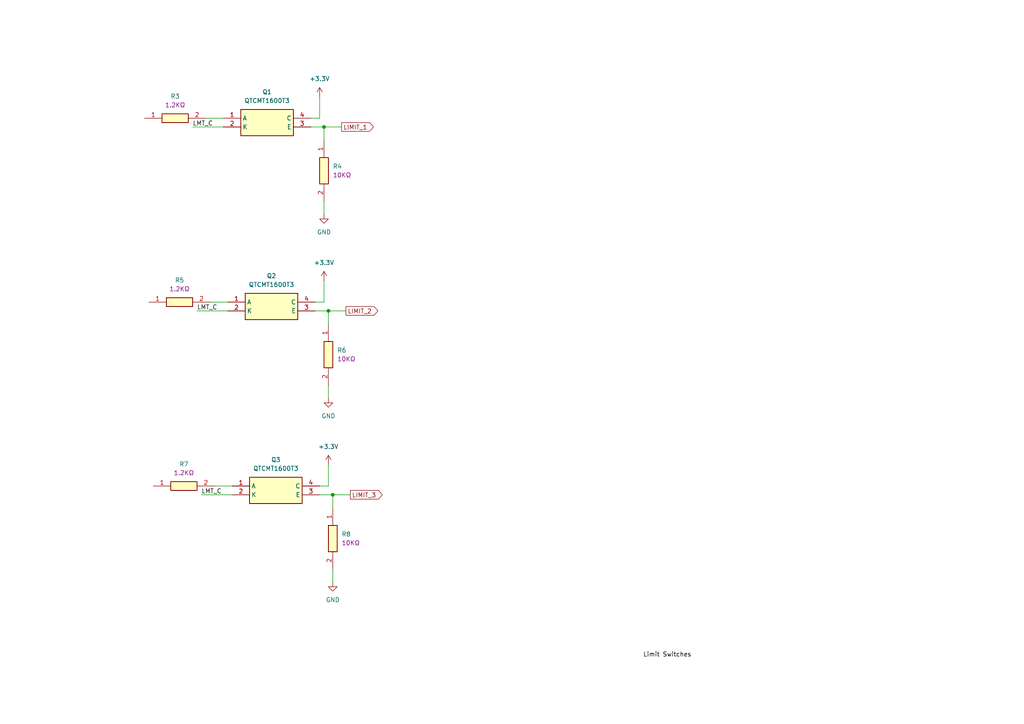
<source format=kicad_sch>
(kicad_sch (version 20250114) (generator "eeschema") (generator_version "9.0")
  (paper "A4")
  (lib_symbols
    (symbol "COMPONENTS:QTCMT1600T3"
      (property "Reference" "Q" (at 21.59 7.62 0))
      (property "Value" "QTCMT1600T3" (at 21.59 5.08 0))
      (symbol "QTCMT1600T3_1_1"
        (rectangle (start 5.08 2.54) (end 20.32 -5.08) (stroke (width 0.254)) (fill (type background)))
        (pin passive line (at 0 0 0) (length 5.08) (name "A") (number "1"))
        (pin passive line (at 0 -2.54 0) (length 5.08) (name "K") (number "2"))
        (pin passive line (at 25.4 0 180) (length 5.08) (name "C") (number "4"))
        (pin passive line (at 25.4 -2.54 180) (length 5.08) (name "E") (number "3"))
      )
    )
    (symbol "COMPONENTS:RC06010K2075AAA" (pin_names (hide yes))
      (property "Reference" "R" (at 5.08 3.048 0))
      (property "Val" "10KΩ" (at 8.89 -2.54 0))
      (symbol "RC06010K2075AAA_1_1"
        (rectangle (start 5.08 1.27) (end 12.7 -1.27) (stroke (width 0.254)) (fill (type background)))
        (pin passive line (at 0 0 0) (length 5.08) (name "1") (number "1"))
        (pin passive line (at 17.78 0 180) (length 5.08) (name "2") (number "2"))
      )
    )
    (symbol "COMPONENTS:RC12101K2200AAC" (pin_names (hide yes))
      (property "Reference" "R" (at 5.08 3.048 0))
      (property "Val" "1.2KΩ" (at 8.89 -2.54 0))
      (symbol "RC12101K2200AAC_1_1"
        (rectangle (start 5.08 1.27) (end 12.7 -1.27) (stroke (width 0.254)) (fill (type background)))
        (pin passive line (at 0 0 0) (length 5.08) (name "1") (number "1"))
        (pin passive line (at 17.78 0 180) (length 5.08) (name "2") (number "2"))
      )
    )
    (symbol "power:+3.3V" (power) (pin_numbers (hide yes)) (pin_names (offset 0) (hide yes))
      (property "Value" "+3.3V" (at 0 3.556 0))
      (symbol "+3.3V_0_1"
        (polyline (pts (xy -0.762 1.27) (xy 0 2.54)))
        (polyline (pts (xy 0 2.54) (xy 0.762 1.27)))
        (polyline (pts (xy 0 0) (xy 0 2.54)))
      )
      (symbol "+3.3V_1_1"
        (pin power_in line (at 0 0 90) (length 0) (name "~") (number "1"))
      )
    )
    (symbol "power:GND" (power) (pin_numbers (hide yes)) (pin_names (offset 0) (hide yes))
      (property "Value" "GND" (at 0 -3.81 0))
      (symbol "GND_0_1"
        (polyline (pts (xy 0 0) (xy 0 -1.27) (xy 1.27 -1.27) (xy 0 -2.54) (xy -1.27 -1.27) (xy 0 -1.27)))
      )
      (symbol "GND_1_1"
        (pin power_in line (at 0 0 270) (length 0) (name "~") (number "1"))
      )
    )
  )
  (text "Limit Switches" (exclude_from_sim yes) (at 193.548 189.992 0) (effects (font (size 1.27 1.27))))
  (junction (at 95.25 90.17))
  (junction (at 96.52 143.51))
  (junction (at 93.98 36.83))
  (wire (pts (xy 62.23 140.97) (xy 67.31 140.97)))
  (wire (pts (xy 93.98 87.63) (xy 93.98 81.28)))
  (wire (pts (xy 93.98 36.83) (xy 93.98 40.64)))
  (wire (pts (xy 92.71 143.51) (xy 96.52 143.51)))
  (wire (pts (xy 95.25 111.76) (xy 95.25 115.57)))
  (wire (pts (xy 55.88 36.83) (xy 64.77 36.83)))
  (wire (pts (xy 91.44 90.17) (xy 95.25 90.17)))
  (wire (pts (xy 96.52 143.51) (xy 101.6 143.51)))
  (wire (pts (xy 90.17 36.83) (xy 93.98 36.83)))
  (wire (pts (xy 95.25 90.17) (xy 95.25 93.98)))
  (wire (pts (xy 59.69 34.29) (xy 64.77 34.29)))
  (wire (pts (xy 96.52 165.1) (xy 96.52 168.91)))
  (wire (pts (xy 96.52 143.51) (xy 96.52 147.32)))
  (wire (pts (xy 57.15 90.17) (xy 66.04 90.17)))
  (wire (pts (xy 95.25 140.97) (xy 95.25 134.62)))
  (wire (pts (xy 90.17 34.29) (xy 92.71 34.29)))
  (wire (pts (xy 93.98 36.83) (xy 99.06 36.83)))
  (wire (pts (xy 93.98 58.42) (xy 93.98 62.23)))
  (wire (pts (xy 60.96 87.63) (xy 66.04 87.63)))
  (wire (pts (xy 92.71 34.29) (xy 92.71 27.94)))
  (wire (pts (xy 92.71 140.97) (xy 95.25 140.97)))
  (wire (pts (xy 58.42 143.51) (xy 67.31 143.51)))
  (wire (pts (xy 91.44 87.63) (xy 93.98 87.63)))
  (wire (pts (xy 95.25 90.17) (xy 100.33 90.17)))
  (label "LMT_C" (at 58.42 143.51 0))
  (label "LMT_C" (at 57.15 90.17 0))
  (label "LMT_C" (at 55.88 36.83 0))
  (global_label "LIMIT_1" (shape output) (at 99.06 36.83 0) (property "Intersheetrefs" "${INTERSHEET_REFS}" (effects (hide yes))))
  (global_label "LIMIT_2" (shape output) (at 100.33 90.17 0) (property "Intersheetrefs" "${INTERSHEET_REFS}" (effects (hide yes))))
  (global_label "LIMIT_3" (shape output) (at 101.6 143.51 0) (property "Intersheetrefs" "${INTERSHEET_REFS}" (effects (hide yes))))
  (symbol (lib_id "power:GND") (at 96.52 168.91 0) (unit 1)
    (property "Reference" "#PWR025" (effects (hide yes)))
    (property "Value" "GND" (at 96.52 173.99 0))
    (property "Description" "Power symbol creates a global label with name \"GND\" , ground" (effects (hide yes)))
  )
  (symbol (lib_id "COMPONENTS:QTCMT1600T3") (at 67.31 140.97 0) (unit 1)
    (property "Reference" "Q3" (at 80.01 133.35 0))
    (property "Value" "QTCMT1600T3" (at 80.01 135.89 0))
    (property "Footprint" "COMPONENTS:TCMT1600T3" (effects (hide yes)))
    (property "Description" "Opto Isolator, NPN Transistor Output, AC Input, 60mA Forward Current, -40°C to 100°C, RoHS" (effects (hide yes)))
    (property "Manufacturer 1" "Vishay Semiconductors" (effects (hide yes)))
    (property "Manufacturer 1 P/N" "TCMT1600T3" (effects (hide yes)))
    (property "Vendor 1a" "Mouser" (effects (hide yes)))
    (property "Vendor 1a P/N" "78-TCMT1600T3" (effects (hide yes)))
    (property "Vendor 1a Cost LV" "0.76" (effects (hide yes)))
    (property "Vendor 1a Cost HV" "0.303" (effects (hide yes)))
  )
  (symbol (lib_id "power:+3.3V") (at 95.25 134.62 0) (unit 1)
    (property "Reference" "#PWR024" (effects (hide yes)))
    (property "Value" "+3.3V" (at 95.25 129.54 0))
    (property "Description" "Power symbol creates a global label with name \"+3.3V\"" (effects (hide yes)))
  )
  (symbol (lib_id "COMPONENTS:RC12101K2200AAC") (at 41.91 34.29 0) (unit 1)
    (property "Reference" "R3" (at 50.8 27.94 0))
    (property "Value" "RC12101K2200AAC" (effects (hide yes)))
    (property "Footprint" "COMPONENTS:RES-1210" (effects (hide yes)))
    (property "Description" "Resistor, Chip, 1210, 1.2KΩ, 200V, 5%, -55°C to 155°C, RoHS, AEC-Q200" (effects (hide yes)))
    (property "Manufacturer 1" "Yageo" (effects (hide yes)))
    (property "Manufacturer 1 P/N" "AC1210JR-071K2L" (effects (hide yes)))
    (property "Vendor 1a" "Mouser" (effects (hide yes)))
    (property "Vendor 1a P/N" "603-AC1210JR-071K2L" (effects (hide yes)))
    (property "Vendor 1a Cost LV" "0.12" (effects (hide yes)))
    (property "Vendor 1a Cost HV" "0.041" (effects (hide yes)))
    (property "Val" "1.2KΩ" (at 50.8 30.48 0))
  )
  (symbol (lib_id "COMPONENTS:RC12101K2200AAC") (at 43.18 87.63 0) (unit 1)
    (property "Reference" "R5" (at 52.07 81.28 0))
    (property "Value" "RC12101K2200AAC" (effects (hide yes)))
    (property "Footprint" "COMPONENTS:RES-1210" (effects (hide yes)))
    (property "Description" "Resistor, Chip, 1210, 1.2KΩ, 200V, 5%, -55°C to 155°C, RoHS, AEC-Q200" (effects (hide yes)))
    (property "Manufacturer 1" "Yageo" (effects (hide yes)))
    (property "Manufacturer 1 P/N" "AC1210JR-071K2L" (effects (hide yes)))
    (property "Vendor 1a" "Mouser" (effects (hide yes)))
    (property "Vendor 1a P/N" "603-AC1210JR-071K2L" (effects (hide yes)))
    (property "Vendor 1a Cost LV" "0.12" (effects (hide yes)))
    (property "Vendor 1a Cost HV" "0.041" (effects (hide yes)))
    (property "Val" "1.2KΩ" (at 52.07 83.82 0))
  )
  (symbol (lib_id "power:GND") (at 95.25 115.57 0) (unit 1)
    (property "Reference" "#PWR023" (effects (hide yes)))
    (property "Value" "GND" (at 95.25 120.65 0))
    (property "Description" "Power symbol creates a global label with name \"GND\" , ground" (effects (hide yes)))
  )
  (symbol (lib_id "COMPONENTS:RC12101K2200AAC") (at 44.45 140.97 0) (unit 1)
    (property "Reference" "R7" (at 53.34 134.62 0))
    (property "Value" "RC12101K2200AAC" (effects (hide yes)))
    (property "Footprint" "COMPONENTS:RES-1210" (effects (hide yes)))
    (property "Description" "Resistor, Chip, 1210, 1.2KΩ, 200V, 5%, -55°C to 155°C, RoHS, AEC-Q200" (effects (hide yes)))
    (property "Manufacturer 1" "Yageo" (effects (hide yes)))
    (property "Manufacturer 1 P/N" "AC1210JR-071K2L" (effects (hide yes)))
    (property "Vendor 1a" "Mouser" (effects (hide yes)))
    (property "Vendor 1a P/N" "603-AC1210JR-071K2L" (effects (hide yes)))
    (property "Vendor 1a Cost LV" "0.12" (effects (hide yes)))
    (property "Vendor 1a Cost HV" "0.041" (effects (hide yes)))
    (property "Val" "1.2KΩ" (at 53.34 137.16 0))
  )
  (symbol (lib_id "COMPONENTS:RC06010K2075AAA") (at 96.52 147.32 270) (unit 1)
    (property "Reference" "R8" (at 99.06 154.9399 90) (effects (justify left)))
    (property "Value" "RC06010K2075AAA" (effects (hide yes)))
    (property "Footprint" "COMPONENTS:RES-0603" (effects (hide yes)))
    (property "Description" "Resistor, Chip, 0603, 10KΩ, 75V, 0.5%, -55°C to 155°C, RoHS, AEC-Q200" (effects (hide yes)))
    (property "Manufacturer 1" "Yageo" (effects (hide yes)))
    (property "Manufacturer 1 P/N" "AC0603DRE0710KL" (effects (hide yes)))
    (property "Vendor 1a" "Mouser" (effects (hide yes)))
    (property "Vendor 1a P/N" "603-AC0603DRE0710KL" (effects (hide yes)))
    (property "Vendor 1a Cost LV" "0.11" (effects (hide yes)))
    (property "Vendor 1a Cost HV" "0.031" (effects (hide yes)))
    (property "Val" "10KΩ" (at 99.06 157.4799 90) (effects (justify left)))
  )
  (symbol (lib_id "power:+3.3V") (at 93.98 81.28 0) (unit 1)
    (property "Reference" "#PWR022" (effects (hide yes)))
    (property "Value" "+3.3V" (at 93.98 76.2 0))
    (property "Description" "Power symbol creates a global label with name \"+3.3V\"" (effects (hide yes)))
  )
  (symbol (lib_id "power:GND") (at 93.98 62.23 0) (unit 1)
    (property "Reference" "#PWR021" (effects (hide yes)))
    (property "Value" "GND" (at 93.98 67.31 0))
    (property "Description" "Power symbol creates a global label with name \"GND\" , ground" (effects (hide yes)))
  )
  (symbol (lib_id "COMPONENTS:RC06010K2075AAA") (at 93.98 40.64 270) (unit 1)
    (property "Reference" "R4" (at 96.52 48.2599 90) (effects (justify left)))
    (property "Value" "RC06010K2075AAA" (effects (hide yes)))
    (property "Footprint" "COMPONENTS:RES-0603" (effects (hide yes)))
    (property "Description" "Resistor, Chip, 0603, 10KΩ, 75V, 0.5%, -55°C to 155°C, RoHS, AEC-Q200" (effects (hide yes)))
    (property "Manufacturer 1" "Yageo" (effects (hide yes)))
    (property "Manufacturer 1 P/N" "AC0603DRE0710KL" (effects (hide yes)))
    (property "Vendor 1a" "Mouser" (effects (hide yes)))
    (property "Vendor 1a P/N" "603-AC0603DRE0710KL" (effects (hide yes)))
    (property "Vendor 1a Cost LV" "0.11" (effects (hide yes)))
    (property "Vendor 1a Cost HV" "0.031" (effects (hide yes)))
    (property "Val" "10KΩ" (at 96.52 50.7999 90) (effects (justify left)))
  )
  (symbol (lib_id "power:+3.3V") (at 92.71 27.94 0) (unit 1)
    (property "Reference" "#PWR020" (effects (hide yes)))
    (property "Value" "+3.3V" (at 92.71 22.86 0))
    (property "Description" "Power symbol creates a global label with name \"+3.3V\"" (effects (hide yes)))
  )
  (symbol (lib_id "COMPONENTS:QTCMT1600T3") (at 64.77 34.29 0) (unit 1)
    (property "Reference" "Q1" (at 77.47 26.67 0))
    (property "Value" "QTCMT1600T3" (at 77.47 29.21 0))
    (property "Footprint" "COMPONENTS:TCMT1600T3" (effects (hide yes)))
    (property "Description" "Opto Isolator, NPN Transistor Output, AC Input, 60mA Forward Current, -40°C to 100°C, RoHS" (effects (hide yes)))
    (property "Manufacturer 1" "Vishay Semiconductors" (effects (hide yes)))
    (property "Manufacturer 1 P/N" "TCMT1600T3" (effects (hide yes)))
    (property "Vendor 1a" "Mouser" (effects (hide yes)))
    (property "Vendor 1a P/N" "78-TCMT1600T3" (effects (hide yes)))
    (property "Vendor 1a Cost LV" "0.76" (effects (hide yes)))
    (property "Vendor 1a Cost HV" "0.303" (effects (hide yes)))
  )
  (symbol (lib_id "COMPONENTS:RC06010K2075AAA") (at 95.25 93.98 270) (unit 1)
    (property "Reference" "R6" (at 97.79 101.5999 90) (effects (justify left)))
    (property "Value" "RC06010K2075AAA" (effects (hide yes)))
    (property "Footprint" "COMPONENTS:RES-0603" (effects (hide yes)))
    (property "Description" "Resistor, Chip, 0603, 10KΩ, 75V, 0.5%, -55°C to 155°C, RoHS, AEC-Q200" (effects (hide yes)))
    (property "Manufacturer 1" "Yageo" (effects (hide yes)))
    (property "Manufacturer 1 P/N" "AC0603DRE0710KL" (effects (hide yes)))
    (property "Vendor 1a" "Mouser" (effects (hide yes)))
    (property "Vendor 1a P/N" "603-AC0603DRE0710KL" (effects (hide yes)))
    (property "Vendor 1a Cost LV" "0.11" (effects (hide yes)))
    (property "Vendor 1a Cost HV" "0.031" (effects (hide yes)))
    (property "Val" "10KΩ" (at 97.79 104.1399 90) (effects (justify left)))
  )
  (symbol (lib_id "COMPONENTS:QTCMT1600T3") (at 66.04 87.63 0) (unit 1)
    (property "Reference" "Q2" (at 78.74 80.01 0))
    (property "Value" "QTCMT1600T3" (at 78.74 82.55 0))
    (property "Footprint" "COMPONENTS:TCMT1600T3" (effects (hide yes)))
    (property "Description" "Opto Isolator, NPN Transistor Output, AC Input, 60mA Forward Current, -40°C to 100°C, RoHS" (effects (hide yes)))
    (property "Manufacturer 1" "Vishay Semiconductors" (effects (hide yes)))
    (property "Manufacturer 1 P/N" "TCMT1600T3" (effects (hide yes)))
    (property "Vendor 1a" "Mouser" (effects (hide yes)))
    (property "Vendor 1a P/N" "78-TCMT1600T3" (effects (hide yes)))
    (property "Vendor 1a Cost LV" "0.76" (effects (hide yes)))
    (property "Vendor 1a Cost HV" "0.303" (effects (hide yes)))
  )
)
</source>
